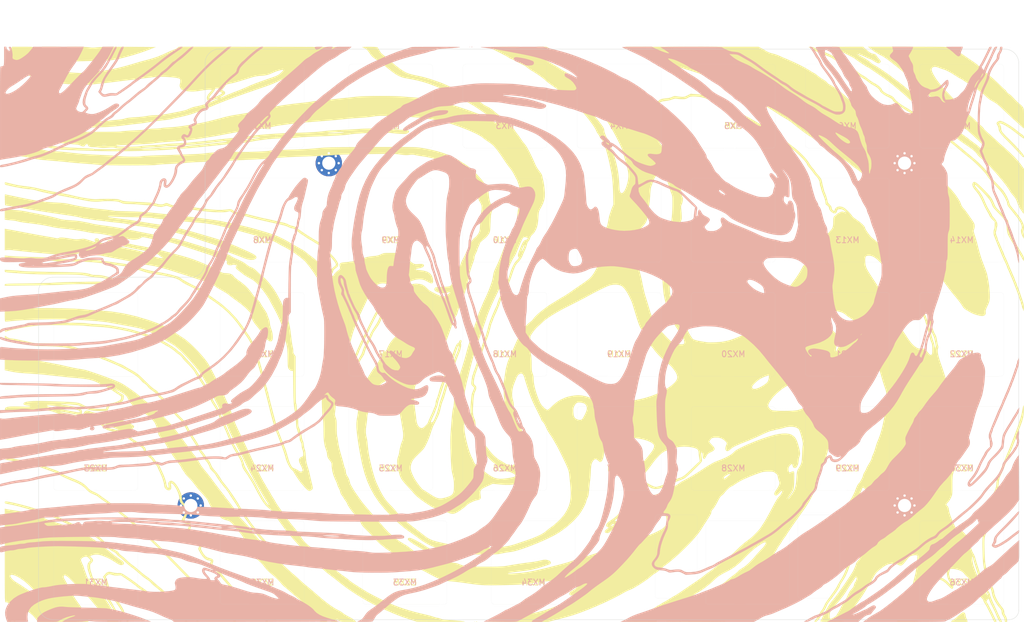
<source format=kicad_pcb>
(kicad_pcb (version 20211014) (generator pcbnew)
  (layers (0 "F.Cu" signal) (31 "B.Cu" signal) (34 "B.Paste" user) (35 "F.Paste" user) (36 "B.SilkS" user "B.Silkscreen") (37 "F.SilkS" user "F.Silkscreen") (38 "B.Mask" user) (39 "F.Mask" user) (44 "Edge.Cuts" user))
  (net 0 "")
  (footprint "acheron_MX_PlateSlots:MX100" (layer "F.Cu") (at 91.28125 49.2125)
    (fp_text reference "MX1" (at 0 3.302) (layer "F.SilkS"))
    (fp_text value "MX-NoLED")
    (fp_text user "${REFERENCE}" (at 0 3.302) (layer "B.SilkS") (effects (justify mirror)))
    (fp_line (start -6.5 6.990924) (end 6.5 7) (layer "Edge.Cuts") (width 0.010007))
    (fp_line (start -6.5 -7) (end 6.5 -7) (layer "Edge.Cuts") (width 0.010007))
    (fp_line (start -7 -6.5) (end -7 6.490924) (layer "Edge.Cuts") (width 0.010007))
    (fp_line (start 7 -6.5) (end 7 6.5) (layer "Edge.Cuts") (width 0.010007))
    (fp_arc (start 7 6.5) (mid 6.853553 6.853553) (end 6.5 7) (layer "Edge.Cuts") (width 0.010007))
    (fp_arc (start -7 -6.5) (mid -6.853553 -6.853553) (end -6.5 -7) (layer "Edge.Cuts") (width 0.010007))
    (fp_arc (start -6.5 6.990924) (mid -6.853553 6.844477) (end -7 6.490924) (layer "Edge.Cuts") (width 0.010007))
    (fp_arc (start 6.5 -7) (mid 6.853553 -6.853553) (end 7 -6.5) (layer "Edge.Cuts") (width 0.010007))
  )
  (footprint "acheron_MX_PlateSlots:MX100" (layer "F.Cu") (at 112.7125 49.2125)
    (fp_text reference "MX2" (at 0 3.302) (layer "F.SilkS"))
    (fp_text value "MX-NoLED")
    (fp_text user "${REFERENCE}" (at 0 3.302) (layer "B.SilkS") (effects (justify mirror)))
    (fp_line (start -6.5 -7) (end 6.5 -7) (layer "Edge.Cuts") (width 0.010007))
    (fp_line (start -7 -6.5) (end -7 6.490924) (layer "Edge.Cuts") (width 0.010007))
    (fp_line (start -6.5 6.990924) (end 6.5 7) (layer "Edge.Cuts") (width 0.010007))
    (fp_line (start 7 -6.5) (end 7 6.5) (layer "Edge.Cuts") (width 0.010007))
    (fp_arc (start 7 6.5) (mid 6.853553 6.853553) (end 6.5 7) (layer "Edge.Cuts") (width 0.010007))
    (fp_arc (start 6.5 -7) (mid 6.853553 -6.853553) (end 7 -6.5) (layer "Edge.Cuts") (width 0.010007))
    (fp_arc (start -7 -6.5) (mid -6.853553 -6.853553) (end -6.5 -7) (layer "Edge.Cuts") (width 0.010007))
    (fp_arc (start -6.5 6.990924) (mid -6.853553 6.844477) (end -7 6.490924) (layer "Edge.Cuts") (width 0.010007))
  )
  (footprint "acheron_MX_PlateSlots:MX100" (layer "F.Cu") (at 150.8125 49.2125)
    (fp_text reference "MX4" (at 0 3.302) (layer "F.SilkS"))
    (fp_text value "MX-NoLED")
    (fp_text user "${REFERENCE}" (at 0 3.302) (layer "B.SilkS") (effects (justify mirror)))
    (fp_line (start -7 -6.5) (end -7 6.490924) (layer "Edge.Cuts") (width 0.010007))
    (fp_line (start -6.5 -7) (end 6.5 -7) (layer "Edge.Cuts") (width 0.010007))
    (fp_line (start -6.5 6.990924) (end 6.5 7) (layer "Edge.Cuts") (width 0.010007))
    (fp_line (start 7 -6.5) (end 7 6.5) (layer "Edge.Cuts") (width 0.010007))
    (fp_arc (start -6.5 6.990924) (mid -6.853553 6.844477) (end -7 6.490924) (layer "Edge.Cuts") (width 0.010007))
    (fp_arc (start 7 6.5) (mid 6.853553 6.853553) (end 6.5 7) (layer "Edge.Cuts") (width 0.010007))
    (fp_arc (start 6.5 -7) (mid 6.853553 -6.853553) (end 7 -6.5) (layer "Edge.Cuts") (width 0.010007))
    (fp_arc (start -7 -6.5) (mid -6.853553 -6.853553) (end -6.5 -7) (layer "Edge.Cuts") (width 0.010007))
  )
  (footprint "acheron_MX_PlateSlots:MX100" (layer "F.Cu") (at 169.8625 49.2125)
    (fp_text reference "MX5" (at 0 3.302) (layer "F.SilkS"))
    (fp_text value "MX-NoLED")
    (fp_text user "${REFERENCE}" (at 0 3.302) (layer "B.SilkS") (effects (justify mirror)))
    (fp_line (start -6.5 6.990924) (end 6.5 7) (layer "Edge.Cuts") (width 0.010007))
    (fp_line (start -6.5 -7) (end 6.5 -7) (layer "Edge.Cuts") (width 0.010007))
    (fp_line (start 7 -6.5) (end 7 6.5) (layer "Edge.Cuts") (width 0.010007))
    (fp_line (start -7 -6.5) (end -7 6.490924) (layer "Edge.Cuts") (width 0.010007))
    (fp_arc (start 7 6.5) (mid 6.853553 6.853553) (end 6.5 7) (layer "Edge.Cuts") (width 0.010007))
    (fp_arc (start -7 -6.5) (mid -6.853553 -6.853553) (end -6.5 -7) (layer "Edge.Cuts") (width 0.010007))
    (fp_arc (start 6.5 -7) (mid 6.853553 -6.853553) (end 7 -6.5) (layer "Edge.Cuts") (width 0.010007))
    (fp_arc (start -6.5 6.990924) (mid -6.853553 6.844477) (end -7 6.490924) (layer "Edge.Cuts") (width 0.010007))
  )
  (footprint "acheron_MX_PlateSlots:MX100" (layer "F.Cu") (at 188.9125 49.2125)
    (fp_text reference "MX6" (at 0 3.302) (layer "F.SilkS"))
    (fp_text value "MX-NoLED")
    (fp_text user "${REFERENCE}" (at 0 3.302) (layer "B.SilkS") (effects (justify mirror)))
    (fp_line (start -6.5 6.990924) (end 6.5 7) (layer "Edge.Cuts") (width 0.010007))
    (fp_line (start 7 -6.5) (end 7 6.5) (layer "Edge.Cuts") (width 0.010007))
    (fp_line (start -6.5 -7) (end 6.5 -7) (layer "Edge.Cuts") (width 0.010007))
    (fp_line (start -7 -6.5) (end -7 6.490924) (layer "Edge.Cuts") (width 0.010007))
    (fp_arc (start 7 6.5) (mid 6.853553 6.853553) (end 6.5 7) (layer "Edge.Cuts") (width 0.010007))
    (fp_arc (start -6.5 6.990924) (mid -6.853553 6.844477) (end -7 6.490924) (layer "Edge.Cuts") (width 0.010007))
    (fp_arc (start -7 -6.5) (mid -6.853553 -6.853553) (end -6.5 -7) (layer "Edge.Cuts") (width 0.010007))
    (fp_arc (start 6.5 -7) (mid 6.853553 -6.853553) (end 7 -6.5) (layer "Edge.Cuts") (width 0.010007))
  )
  (footprint "acheron_MX_PlateSlots:MX100" (layer "F.Cu") (at 207.9625 49.2125)
    (fp_text reference "MX7" (at 0 3.302) (layer "F.SilkS"))
    (fp_text value "MX-NoLED")
    (fp_text user "${REFERENCE}" (at 0 3.302) (layer "B.SilkS") (effects (justify mirror)))
    (fp_line (start -7 -6.5) (end -7 6.490924) (layer "Edge.Cuts") (width 0.010007))
    (fp_line (start -6.5 6.990924) (end 6.5 7) (layer "Edge.Cuts") (width 0.010007))
    (fp_line (start -6.5 -7) (end 6.5 -7) (layer "Edge.Cuts") (width 0.010007))
    (fp_line (start 7 -6.5) (end 7 6.5) (layer "Edge.Cuts") (width 0.010007))
    (fp_arc (start -7 -6.5) (mid -6.853553 -6.853553) (end -6.5 -7) (layer "Edge.Cuts") (width 0.010007))
    (fp_arc (start 6.5 -7) (mid 6.853553 -6.853553) (end 7 -6.5) (layer "Edge.Cuts") (width 0.010007))
    (fp_arc (start -6.5 6.990924) (mid -6.853553 6.844477) (end -7 6.490924) (layer "Edge.Cuts") (width 0.010007))
    (fp_arc (start 7 6.5) (mid 6.853553 6.853553) (end 6.5 7) (layer "Edge.Cuts") (width 0.010007))
  )
  (footprint "acheron_MX_PlateSlots:MX100" (layer "F.Cu") (at 91.28125 68.2625)
    (fp_text reference "MX8" (at 0 3.302) (layer "F.SilkS"))
    (fp_text value "MX-NoLED")
    (fp_text user "${REFERENCE}" (at 0 3.302) (layer "B.SilkS") (effects (justify mirror)))
    (fp_line (start -6.5 -7) (end 6.5 -7) (layer "Edge.Cuts") (width 0.010007))
    (fp_line (start -7 -6.5) (end -7 6.490924) (layer "Edge.Cuts") (width 0.010007))
    (fp_line (start -6.5 6.990924) (end 6.5 7) (layer "Edge.Cuts") (width 0.010007))
    (fp_line (start 7 -6.5) (end 7 6.5) (layer "Edge.Cuts") (width 0.010007))
    (fp_arc (start 7 6.5) (mid 6.853553 6.853553) (end 6.5 7) (layer "Edge.Cuts") (width 0.010007))
    (fp_arc (start -6.5 6.990924) (mid -6.853553 6.844477) (end -7 6.490924) (layer "Edge.Cuts") (width 0.010007))
    (fp_arc (start -7 -6.5) (mid -6.853553 -6.853553) (end -6.5 -7) (layer "Edge.Cuts") (width 0.010007))
    (fp_arc (start 6.5 -7) (mid 6.853553 -6.853553) (end 7 -6.5) (layer "Edge.Cuts") (width 0.010007))
  )
  (footprint "acheron_MX_PlateSlots:MX100" (layer "F.Cu") (at 112.7125 68.2625)
    (fp_text reference "MX9" (at 0 3.302) (layer "F.SilkS"))
    (fp_text value "MX-NoLED")
    (fp_text user "${REFERENCE}" (at 0 3.302) (layer "B.SilkS") (effects (justify mirror)))
    (fp_line (start -6.5 6.990924) (end 6.5 7) (layer "Edge.Cuts") (width 0.010007))
    (fp_line (start -7 -6.5) (end -7 6.490924) (layer "Edge.Cuts") (width 0.010007))
    (fp_line (start 7 -6.5) (end 7 6.5) (layer "Edge.Cuts") (width 0.010007))
    (fp_line (start -6.5 -7) (end 6.5 -7) (layer "Edge.Cuts") (width 0.010007))
    (fp_arc (start 6.5 -7) (mid 6.853553 -6.853553) (end 7 -6.5) (layer "Edge.Cuts") (width 0.010007))
    (fp_arc (start -7 -6.5) (mid -6.853553 -6.853553) (end -6.5 -7) (layer "Edge.Cuts") (width 0.010007))
    (fp_arc (start -6.5 6.990924) (mid -6.853553 6.844477) (end -7 6.490924) (layer "Edge.Cuts") (width 0.010007))
    (fp_arc (start 7 6.5) (mid 6.853553 6.853553) (end 6.5 7) (layer "Edge.Cuts") (width 0.010007))
  )
  (footprint "acheron_MX_PlateSlots:MX100" (layer "F.Cu") (at 131.7625 68.2625)
    (fp_text reference "MX10" (at 0 3.302) (layer "F.SilkS"))
    (fp_text value "MX-NoLED")
    (fp_text user "${REFERENCE}" (at 0 3.302) (layer "B.SilkS") (effects (justify mirror)))
    (fp_line (start 7 -6.5) (end 7 6.5) (layer "Edge.Cuts") (width 0.010007))
    (fp_line (start -6.5 6.990924) (end 6.5 7) (layer "Edge.Cuts") (width 0.010007))
    (fp_line (start -7 -6.5) (end -7 6.490924) (layer "Edge.Cuts") (width 0.010007))
    (fp_line (start -6.5 -7) (end 6.5 -7) (layer "Edge.Cuts") (width 0.010007))
    (fp_arc (start -7 -6.5) (mid -6.853553 -6.853553) (end -6.5 -7) (layer "Edge.Cuts") (width 0.010007))
    (fp_arc (start 7 6.5) (mid 6.853553 6.853553) (end 6.5 7) (layer "Edge.Cuts") (width 0.010007))
    (fp_arc (start 6.5 -7) (mid 6.853553 -6.853553) (end 7 -6.5) (layer "Edge.Cuts") (width 0.010007))
    (fp_arc (start -6.5 6.990924) (mid -6.853553 6.844477) (end -7 6.490924) (layer "Edge.Cuts") (width 0.010007))
  )
  (footprint "acheron_MX_PlateSlots:MX100" (layer "F.Cu") (at 150.8125 68.2625)
    (fp_text reference "MX11" (at 0 3.302) (layer "F.SilkS"))
    (fp_text value "MX-NoLED")
    (fp_text user "${REFERENCE}" (at 0 3.302) (layer "B.SilkS") (effects (justify mirror)))
    (fp_line (start 7 -6.5) (end 7 6.5) (layer "Edge.Cuts") (width 0.010007))
    (fp_line (start -6.5 6.990924) (end 6.5 7) (layer "Edge.Cuts") (width 0.010007))
    (fp_line (start -7 -6.5) (end -7 6.490924) (layer "Edge.Cuts") (width 0.010007))
    (fp_line (start -6.5 -7) (end 6.5 -7) (layer "Edge.Cuts") (width 0.010007))
    (fp_arc (start 6.5 -7) (mid 6.853553 -6.853553) (end 7 -6.5) (layer "Edge.Cuts") (width 0.010007))
    (fp_arc (start 7 6.5) (mid 6.853553 6.853553) (end 6.5 7) (layer "Edge.Cuts") (width 0.010007))
    (fp_arc (start -6.5 6.990924) (mid -6.853553 6.844477) (end -7 6.490924) (layer "Edge.Cuts") (width 0.010007))
    (fp_arc (start -7 -6.5) (mid -6.853553 -6.853553) (end -6.5 -7) (layer "Edge.Cuts") (width 0.010007))
  )
  (footprint "acheron_MX_PlateSlots:MX100" (layer "F.Cu") (at 169.8625 68.2625)
    (fp_text reference "MX12" (at 0 3.302) (layer "F.SilkS"))
    (fp_text value "MX-NoLED")
    (fp_text user "${REFERENCE}" (at 0 3.302) (layer "B.SilkS") (effects (justify mirror)))
    (fp_line (start -6.5 -7) (end 6.5 -7) (layer "Edge.Cuts") (width 0.010007))
    (fp_line (start -7 -6.5) (end -7 6.490924) (layer "Edge.Cuts") (width 0.010007))
    (fp_line (start -6.5 6.990924) (end 6.5 7) (layer "Edge.Cuts") (width 0.010007))
    (fp_line (start 7 -6.5) (end 7 6.5) (layer "Edge.Cuts") (width 0.010007))
    (fp_arc (start 6.5 -7) (mid 6.853553 -6.853553) (end 7 -6.5) (layer "Edge.Cuts") (width 0.010007))
    (fp_arc (start -6.5 6.990924) (mid -6.853553 6.844477) (end -7 6.490924) (layer "Edge.Cuts") (width 0.010007))
    (fp_arc (start 7 6.5) (mid 6.853553 6.853553) (end 6.5 7) (layer "Edge.Cuts") (width 0.010007))
    (fp_arc (start -7 -6.5) (mid -6.853553 -6.853553) (end -6.5 -7) (layer "Edge.Cuts") (width 0.010007))
  )
  (footprint "acheron_MX_PlateSlots:MX100" (layer "F.Cu") (at 188.9125 68.2625)
    (fp_text reference "MX13" (at 0 3.302) (layer "F.SilkS"))
    (fp_text value "MX-NoLED")
    (fp_text user "${REFERENCE}" (at 0 3.302) (layer "B.SilkS") (effects (justify mirror)))
    (fp_line (start -7 -6.5) (end -7 6.490924) (layer "Edge.Cuts") (width 0.010007))
    (fp_line (start -6.5 -7) (end 6.5 -7) (layer "Edge.Cuts") (width 0.010007))
    (fp_line (start -6.5 6.990924) (end 6.5 7) (layer "Edge.Cuts") (width 0.010007))
    (fp_line (start 7 -6.5) (end 7 6.5) (layer "Edge.Cuts") (width 0.010007))
    (fp_arc (start 7 6.5) (mid 6.853553 6.853553) (end 6.5 7) (layer "Edge.Cuts") (width 0.010007))
    (fp_arc (start -6.5 6.990924) (mid -6.853553 6.844477) (end -7 6.490924) (layer "Edge.Cuts") (width 0.010007))
    (fp_arc (start 6.5 -7) (mid 6.853553 -6.853553) (end 7 -6.5) (layer "Edge.Cuts") (width 0.010007))
    (fp_arc (start -7 -6.5) (mid -6.853553 -6.853553) (end -6.5 -7) (layer "Edge.Cuts") (width 0.010007))
  )
  (footprint "acheron_MX_PlateSlots:MX100" (layer "F.Cu") (at 207.9625 68.2625)
    (fp_text reference "MX14" (at 0 3.302) (layer "F.SilkS"))
    (fp_text value "MX-NoLED")
    (fp_text user "${REFERENCE}" (at 0 3.302) (layer "B.SilkS") (effects (justify mirror)))
    (fp_line (start -6.5 6.990924) (end 6.5 7) (layer "Edge.Cuts") (width 0.010007))
    (fp_line (start 7 -6.5) (end 7 6.5) (layer "Edge.Cuts") (width 0.010007))
    (fp_line (start -7 -6.5) (end -7 6.490924) (layer "Edge.Cuts") (width 0.010007))
    (fp_line (start -6.5 -7) (end 6.5 -7) (layer "Edge.Cuts") (width 0.010007))
    (fp_arc (start 7 6.5) (mid 6.853553 6.853553) (end 6.5 7) (layer "Edge.Cuts") (width 0.010007))
    (fp_arc (start -6.5 6.990924) (mid -6.853553 6.844477) (end -7 6.490924) (layer "Edge.Cuts") (width 0.010007))
    (fp_arc (start -7 -6.5) (mid -6.853553 -6.853553) (end -6.5 -7) (layer "Edge.Cuts") (width 0.010007))
    (fp_arc (start 6.5 -7) (mid 6.853553 -6.853553) (end 7 -6.5) (layer "Edge.Cuts") (width 0.010007))
  )
  (footprint "acheron_MX_PlateSlots:MX100" (layer "F.Cu") (at 91.28125 87.3125)
    (fp_text reference "MX16" (at 0 3.302) (layer "F.SilkS"))
    (fp_text value "MX-NoLED")
    (fp_text user "${REFERENCE}" (at 0 3.302) (layer "B.SilkS") (effects (justify mirror)))
    (fp_line (start -6.5 -7) (end 6.5 -7) (layer "Edge.Cuts") (width 0.010007))
    (fp_line (start -7 -6.5) (end -7 6.490924) (layer "Edge.Cuts") (width 0.010007))
    (fp_line (start -6.5 6.990924) (end 6.5 7) (layer "Edge.Cuts") (width 0.010007))
    (fp_line (start 7 -6.5) (end 7 6.5) (layer "Edge.Cuts") (width 0.010007))
    (fp_arc (start -7 -6.5) (mid -6.853553 -6.853553) (end -6.5 -7) (layer "Edge.Cuts") (width 0.010007))
    (fp_arc (start -6.5 6.990924) (mid -6.853553 6.844477) (end -7 6.490924) (layer "Edge.Cuts") (width 0.010007))
    (fp_arc (start 7 6.5) (mid 6.853553 6.853553) (end 6.5 7) (layer "Edge.Cuts") (width 0.010007))
    (fp_arc (start 6.5 -7) (mid 6.853553 -6.853553) (end 7 -6.5) (layer "Edge.Cuts") (width 0.010007))
  )
  (footprint "acheron_MX_PlateSlots:MX100" (layer "F.Cu") (at 112.7125 87.3125)
    (fp_text reference "MX17" (at 0 3.302) (layer "F.SilkS"))
    (fp_text value "MX-NoLED")
    (fp_text user "${REFERENCE}" (at 0 3.302) (layer "B.SilkS") (effects (justify mirror)))
    (fp_line (start 7 -6.5) (end 7 6.5) (layer "Edge.Cuts") (width 0.010007))
    (fp_line (start -7 -6.5) (end -7 6.490924) (layer "Edge.Cuts") (width 0.010007))
    (fp_line (start -6.5 -7) (end 6.5 -7) (layer "Edge.Cuts") (width 0.010007))
    (fp_line (start -6.5 6.990924) (end 6.5 7) (layer "Edge.Cuts") (width 0.010007))
    (fp_arc (start 7 6.5) (mid 6.853553 6.853553) (end 6.5 7) (layer "Edge.Cuts") (width 0.010007))
    (fp_arc (start -7 -6.5) (mid -6.853553 -6.853553) (end -6.5 -7) (layer "Edge.Cuts") (width 0.010007))
    (fp_arc (start 6.5 -7) (mid 6.853553 -6.853553) (end 7 -6.5) (layer "Edge.Cuts") (width 0.010007))
    (fp_arc (start -6.5 6.990924) (mid -6.853553 6.844477) (end -7 6.490924) (layer "Edge.Cuts") (width 0.010007))
  )
  (footprint "acheron_MX_PlateSlots:MX100" (layer "F.Cu") (at 131.7625 87.3125)
    (fp_text reference "MX18" (at 0 3.302) (layer "F.SilkS"))
    (fp_text value "MX-NoLED")
    (fp_text user "${REFERENCE}" (at 0 3.302) (layer "B.SilkS") (effects (justify mirror)))
    (fp_line (start 7 -6.5) (end 7 6.5) (layer "Edge.Cuts") (width 0.010007))
    (fp_line (start -6.5 6.990924) (end 6.5 7) (layer "Edge.Cuts") (width 0.010007))
    (fp_line (start -6.5 -7) (end 6.5 -7) (layer "Edge.Cuts") (width 0.010007))
    (fp_line (start -7 -6.5) (end -7 6.490924) (layer "Edge.Cuts") (width 0.010007))
    (fp_arc (start -7 -6.5) (mid -6.853553 -6.853553) (end -6.5 -7) (layer "Edge.Cuts") (width 0.010007))
    (fp_arc (start 6.5 -7) (mid 6.853553 -6.853553) (end 7 -6.5) (layer "Edge.Cuts") (width 0.010007))
    (fp_arc (start -6.5 6.990924) (mid -6.853553 6.844477) (end -7 6.490924) (layer "Edge.Cuts") (width 0.010007))
    (fp_arc (start 7 6.5) (mid 6.853553 6.853553) (end 6.5 7) (layer "Edge.Cuts") (width 0.010007))
  )
  (footprint "acheron_MX_PlateSlots:MX100" (layer "F.Cu") (at 150.8125 87.3125)
    (fp_text reference "MX19" (at 0 3.302) (layer "F.SilkS"))
    (fp_text value "MX-NoLED")
    (fp_text user "${REFERENCE}" (at 0 3.302) (layer "B.SilkS") (effects (justify mirror)))
    (fp_line (start -6.5 6.990924) (end 6.5 7) (layer "Edge.Cuts") (width 0.010007))
    (fp_line (start 7 -6.5) (end 7 6.5) (layer "Edge.Cuts") (width 0.010007))
    (fp_line (start -7 -6.5) (end -7 6.490924) (layer "Edge.Cuts") (width 0.010007))
    (fp_line (start -6.5 -7) (end 6.5 -7) (layer "Edge.Cuts") (width 0.010007))
    (fp_arc (start -7 -6.5) (mid -6.853553 -6.853553) (end -6.5 -7) (layer "Edge.Cuts") (width 0.010007))
    (fp_arc (start 6.5 -7) (mid 6.853553 -6.853553) (end 7 -6.5) (layer "Edge.Cuts") (width 0.010007))
    (fp_arc (start 7 6.5) (mid 6.853553 6.853553) (end 6.5 7) (layer "Edge.Cuts") (width 0.010007))
    (fp_arc (start -6.5 6.990924) (mid -6.853553 6.844477) (end -7 6.490924) (layer "Edge.Cuts") (width 0.010007))
  )
  (footprint "acheron_MX_PlateSlots:MX100" (layer "F.Cu") (at 169.8625 87.3125)
    (fp_text reference "MX20" (at 0 3.302) (layer "F.SilkS"))
    (fp_text value "MX-NoLED")
    (fp_text user "${REFERENCE}" (at 0 3.302) (layer "B.SilkS") (effects (justify mirror)))
    (fp_line (start -7 -6.5) (end -7 6.490924) (layer "Edge.Cuts") (width 0.010007))
    (fp_line (start -6.5 6.990924) (end 6.5 7) (layer "Edge.Cuts") (width 0.010007))
    (fp_line (start 7 -6.5) (end 7 6.5) (layer "Edge.Cuts") (width 0.010007))
    (fp_line (start -6.5 -7) (end 6.5 -7) (layer "Edge.Cuts") (width 0.010007))
    (fp_arc (start 6.5 -7) (mid 6.853553 -6.853553) (end 7 -6.5) (layer "Edge.Cuts") (width 0.010007))
    (fp_arc (start 7 6.5) (mid 6.853553 6.853553) (end 6.5 7) (layer "Edge.Cuts") (width 0.010007))
    (fp_arc (start -7 -6.5) (mid -6.853553 -6.853553) (end -6.5 -7) (layer "Edge.Cuts") (width 0.010007))
    (fp_arc (start -6.5 6.990924) (mid -6.853553 6.844477) (end -7 6.490924) (layer "Edge.Cuts") (width 0.010007))
  )
  (footprint "acheron_MX_PlateSlots:MX100" (layer "F.Cu") (at 188.9125 87.3125)
    (fp_text reference "MX21" (at 0 3.302) (layer "F.SilkS"))
    (fp_text value "MX-NoLED")
    (fp_text user "${REFERENCE}" (at 0 3.302) (layer "B.SilkS") (effects (justify mirror)))
    (fp_line (start -7 -6.5) (end -7 6.490924) (layer "Edge.Cuts") (width 0.010007))
    (fp_line (start -6.5 -7) (end 6.5 -7) (layer "Edge.Cuts") (width 0.010007))
    (fp_line (start -6.5 6.990924) (end 6.5 7) (layer "Edge.Cuts") (width 0.010007))
    (fp_line (start 7 -6.5) (end 7 6.5) (layer "Edge.Cuts") (width 0.010007))
    (fp_arc (start -7 -6.5) (mid -6.853553 -6.853553) (end -6.5 -7) (layer "Edge.Cuts") (width 0.010007))
    (fp_arc (start -6.5 6.990924) (mid -6.853553 6.844477) (end -7 6.490924) (layer "Edge.Cuts") (width 0.010007))
    (fp_arc (start 7 6.5) (mid 6.853553 6.853553) (end 6.5 7) (layer "Edge.Cuts") (width 0.010007))
    (fp_arc (start 6.5 -7) (mid 6.853553 -6.853553) (end 7 -6.5) (layer "Edge.Cuts") (width 0.010007))
  )
  (footprint "acheron_MX_PlateSlots:MX100" (layer "F.Cu") (at 207.9625 87.3125)
    (fp_text reference "MX22" (at 0 3.302) (layer "F.SilkS"))
    (fp_text value "MX-NoLED")
    (fp_text user "${REFERENCE}" (at 0 3.302) (layer "B.SilkS") (effects (justify mirror)))
    (fp_line (start -6.5 -7) (end 6.5 -7) (layer "Edge.Cuts") (width 0.010007))
    (fp_line (start -6.5 6.990924) (end 6.5 7) (layer "Edge.Cuts") (width 0.010007))
    (fp_line (start 7 -6.5) (end 7 6.5) (layer "Edge.Cuts") (width 0.010007))
    (fp_line (start -7 -6.5) (end -7 6.490924) (layer "Edge.Cuts") (width 0.010007))
    (fp_arc (start -6.5 6.990924) (mid -6.853553 6.844477) (end -7 6.490924) (layer "Edge.Cuts") (width 0.010007))
    (fp_arc (start -7 -6.5) (mid -6.853553 -6.853553) (end -6.5 -7) (layer "Edge.Cuts") (width 0.010007))
    (fp_arc (start 6.5 -7) (mid 6.853553 -6.853553) (end 7 -6.5) (layer "Edge.Cuts") (width 0.010007))
    (fp_arc (start 7 6.5) (mid 6.853553 6.853553) (end 6.5 7) (layer "Edge.Cuts") (width 0.010007))
  )
  (footprint "acheron_MX_PlateSlots:MX100" (layer "F.Cu") (at 91.28125 106.3625)
    (fp_text reference "MX24" (at 0 3.302) (layer "F.SilkS"))
    (fp_text value "MX-NoLED")
    (fp_text user "${REFERENCE}" (at 0 3.302) (layer "B.SilkS") (effects (justify mirror)))
    (fp_line (start -7 -6.5) (end -7 6.490924) (layer "Edge.Cuts") (width 0.010007))
    (fp_line (start -6.5 6.990924) (end 6.5 7) (layer "Edge.Cuts") (width 0.010007))
    (fp_line (start -6.5 -7) (end 6.5 -7) (layer "Edge.Cuts") (width 0.010007))
    (fp_line (start 7 -6.5) (end 7 6.5) (layer "Edge.Cuts") (width 0.010007))
    (fp_arc (start -6.5 6.990924) (mid -6.853553 6.844477) (end -7 6.490924) (layer "Edge.Cuts") (width 0.010007))
    (fp_arc (start 7 6.5) (mid 6.853553 6.853553) (end 6.5 7) (layer "Edge.Cuts") (width 0.010007))
    (fp_arc (start 6.5 -7) (mid 6.853553 -6.853553) (end 7 -6.5) (layer "Edge.Cuts") (width 0.010007))
    (fp_arc (start -7 -6.5) (mid -6.853553 -6.853553) (end -6.5 -7) (layer "Edge.Cuts") (width 0.010007))
  )
  (footprint "acheron_MX_PlateSlots:MX100" (layer "F.Cu") (at 112.7125 106.3625)
    (fp_text reference "MX25" (at 0 3.302) (layer "F.SilkS"))
    (fp_text value "MX-NoLED")
    (fp_text user "${REFERENCE}" (at 0 3.302) (layer "B.SilkS") (effects (justify mirror)))
    (fp_line (start -6.5 6.990924) (end 6.5 7) (layer "Edge.Cuts") (width 0.010007))
    (fp_line (start 7 -6.5) (end 7 6.5) (layer "Edge.Cuts") (width 0.010007))
    (fp_line (start -6.5 -7) (end 6.5 -7) (layer "Edge.Cuts") (width 0.010007))
    (fp_line (start -7 -6.5) (end -7 6.490924) (layer "Edge.Cuts") (width 0.010007))
    (fp_arc (start -6.5 6.990924) (mid -6.853553 6.844477) (end -7 6.490924) (layer "Edge.Cuts") (width 0.010007))
    (fp_arc (start 7 6.5) (mid 6.853553 6.853553) (end 6.5 7) (layer "Edge.Cuts") (width 0.010007))
    (fp_arc (start -7 -6.5) (mid -6.853553 -6.853553) (end -6.5 -7) (layer "Edge.Cuts") (width 0.010007))
    (fp_arc (start 6.5 -7) (mid 6.853553 -6.853553) (end 7 -6.5) (layer "Edge.Cuts") (width 0.010007))
  )
  (footprint "acheron_MX_PlateSlots:MX100" (layer "F.Cu") (at 131.7625 106.3625)
    (fp_text reference "MX26" (at 0 3.302) (layer "F.SilkS"))
    (fp_text value "MX-NoLED")
    (fp_text user "${REFERENCE}" (at 0 3.302) (layer "B.SilkS") (effects (justify mirror)))
    (fp_line (start 7 -6.5) (end 7 6.5) (layer "Edge.Cuts") (width 0.010007))
    (fp_line (start -6.5 6.990924) (end 6.5 7) (layer "Edge.Cuts") (width 0.010007))
    (fp_line (start -7 -6.5) (end -7 6.490924) (layer "Edge.Cuts") (width 0.010007))
    (fp_line (start -6.5 -7) (end 6.5 -7) (layer "Edge.Cuts") (width 0.010007))
    (fp_arc (start 6.5 -7) (mid 6.853553 -6.853553) (end 7 -6.5) (layer "Edge.Cuts") (width 0.010007))
    (fp_arc (start -7 -6.5) (mid -6.853553 -6.853553) (end -6.5 -7) (layer "Edge.Cuts") (width 0.010007))
    (fp_arc (start 7 6.5) (mid 6.853553 6.853553) (end 6.5 7) (layer "Edge.Cuts") (width 0.010007))
    (fp_arc (start -6.5 6.990924) (mid -6.853553 6.844477) (end -7 6.490924) (layer "Edge.Cuts") (width 0.010007))
  )
  (footprint "acheron_MX_PlateSlots:MX100" (layer "F.Cu") (at 150.8125 106.3625)
    (fp_text reference "MX27" (at 0 3.302) (layer "F.SilkS"))
    (fp_text value "MX-NoLED")
    (fp_text user "${REFERENCE}" (at 0 3.302) (layer "B.SilkS") (effects (justify mirror)))
    (fp_line (start -6.5 6.990924) (end 6.5 7) (layer "Edge.Cuts") (width 0.010007))
    (fp_line (start -6.5 -7) (end 6.5 -7) (layer "Edge.Cuts") (width 0.010007))
    (fp_line (start -7 -6.5) (end -7 6.490924) (layer "Edge.Cuts") (width 0.010007))
    (fp_line (start 7 -6.5) (end 7 6.5) (layer "Edge.Cuts") (width 0.010007))
    (fp_arc (start 7 6.5) (mid 6.853553 6.853553) (end 6.5 7) (layer "Edge.Cuts") (width 0.010007))
    (fp_arc (start 6.5 -7) (mid 6.853553 -6.853553) (end 7 -6.5) (layer "Edge.Cuts") (width 0.010007))
    (fp_arc (start -7 -6.5) (mid -6.853553 -6.853553) (end -6.5 -7) (layer "Edge.Cuts") (width 0.010007))
    (fp_arc (start -6.5 6.990924) (mid -6.853553 6.844477) (end -7 6.490924) (layer "Edge.Cuts") (width 0.010007))
  )
  (footprint "acheron_MX_PlateSlots:MX100" (layer "F.Cu") (at 169.8625 106.3625)
    (fp_text reference "MX28" (at 0 3.302) (layer "F.SilkS"))
    (fp_text value "MX-NoLED")
    (fp_text user "${REFERENCE}" (at 0 3.302) (layer "B.SilkS") (effects (justify mirror)))
    (fp_line (start 7 -6.5) (end 7 6.5) (layer "Edge.Cuts") (width 0.010007))
    (fp_line (start -7 -6.5) (end -7 6.490924) (layer "Edge.Cuts") (width 0.010007))
    (fp_line (start -6.5 6.990924) (end 6.5 7) (layer "Edge.Cuts") (width 0.010007))
    (fp_line (start -6.5 -7) (end 6.5 -7) (layer "Edge.Cuts") (width 0.010007))
    (fp_arc (start 6.5 -7) (mid 6.853553 -6.853553) (end 7 -6.5) (layer "Edge.Cuts") (width 0.010007))
    (fp_arc (start 7 6.5) (mid 6.853553 6.853553) (end 6.5 7) (layer "Edge.Cuts") (width 0.010007))
    (fp_arc (start -7 -6.5) (mid -6.853553 -6.853553) (end -6.5 -7) (layer "Edge.Cuts") (width 0.010007))
    (fp_arc (start -6.5 6.990924) (mid -6.853553 6.844477) (end -7 6.490924) (layer "Edge.Cuts") (width 0.010007))
  )
  (footprint "acheron_MX_PlateSlots:MX100" (layer "F.Cu") (at 188.9125 106.3625)
    (fp_text reference "MX29" (at 0 3.302) (layer "F.SilkS"))
    (fp_text value "MX-NoLED")
    (fp_text user "${REFERENCE}" (at 0 3.302) (layer "B.SilkS") (effects (justify mirror)))
    (fp_line (start -7 -6.5) (end -7 6.490924) (layer "Edge.Cuts") (width 0.010007))
    (fp_line (start -6.5 6.990924) (end 6.5 7) (layer "Edge.Cuts") (width 0.010007))
    (fp_line (start -6.5 -7) (end 6.5 -7) (layer "Edge.Cuts") (width 0.010007))
    (fp_line (start 7 -6.5) (end 7 6.5) (layer "Edge.Cuts") (width 0.010007))
    (fp_arc (start -7 -6.5) (mid -6.853553 -6.853553) (end -6.5 -7) (layer "Edge.Cuts") (width 0.010007))
    (fp_arc (start -6.5 6.990924) (mid -6.853553 6.844477) (end -7 6.490924) (layer "Edge.Cuts") (width 0.010007))
    (fp_arc (start 6.5 -7) (mid 6.853553 -6.853553) (end 7 -6.5) (layer "Edge.Cuts") (width 0.010007))
    (fp_arc (start 7 6.5) (mid 6.853553 6.853553) (end 6.5 7) (layer "Edge.Cuts") (width 0.010007))
  )
  (footprint "acheron_MX_PlateSlots:MX100" (layer "F.Cu") (at 207.9625 106.3625)
    (fp_text reference "MX30" (at 0 3.302) (layer "F.SilkS"))
    (fp_text value "MX-NoLED")
    (fp_text user "${REFERENCE}" (at 0 3.302) (layer "B.SilkS") (effects (justify mirror)))
    (fp_line (start -6.5 -7) (end 6.5 -7) (layer "Edge.Cuts") (width 0.010007))
    (fp_line (start -6.5 6.990924) (end 6.5 7) (layer "Edge.Cuts") (width 0.010007))
    (fp_line (start -7 -6.5) (end -7 6.490924) (layer "Edge.Cuts") (width 0.010007))
    (fp_line (start 7 -6.5) (end 7 6.5) (layer "Edge.Cuts") (width 0.010007))
    (fp_arc (start 6.5 -7) (mid 6.853553 -6.853553) (end 7 -6.5) (layer "Edge.Cuts") (width 0.010007))
    (fp_arc (start -6.5 6.990924) (mid -6.853553 6.844477) (end -7 6.490924) (layer "Edge.Cuts") (width 0.010007))
    (fp_arc (start -7 -6.5) (mid -6.853553 -6.853553) (end -6.5 -7) (layer "Edge.Cuts") (width 0.010007))
    (fp_arc (start 7 6.5) (mid 6.853553 6.853553) (end 6.5 7) (layer "Edge.Cuts") (width 0.010007))
  )
  (footprint "acheron_MX_PlateSlots:MX100" (layer "F.Cu") (at 91.28125 125.4125)
    (fp_text reference "MX32" (at 0 3.302) (layer "F.SilkS"))
    (fp_text value "MX-NoLED")
    (fp_text user "${REFERENCE}" (at 0 3.302) (layer "B.SilkS") (effects (justify mirror)))
    (fp_line (start -6.5 6.990924) (end 6.5 7) (layer "Edge.Cuts") (width 0.010007))
    (fp_line (start -6.5 -7) (end 6.5 -7) (layer "Edge.Cuts") (width 0.010007))
    (fp_line (start -7 -6.5) (end -7 6.490924) (layer "Edge.Cuts") (width 0.010007))
    (fp_line (start 7 -6.5) (end 7 6.5) (layer "Edge.Cuts") (width 0.010007))
    (fp_arc (start 7 6.5) (mid 6.853553 6.853553) (end 6.5 7) (layer "Edge.Cuts") (width 0.010007))
    (fp_arc (start -6.5 6.990924) (mid -6.853553 6.844477) (end -7 6.490924) (layer "Edge.Cuts") (width 0.010007))
    (fp_arc (start -7 -6.5) (mid -6.853553 -6.853553) (end -6.5 -7) (layer "Edge.Cuts") (width 0.010007))
    (fp_arc (start 6.5 -7) (mid 6.853553 -6.853553) (end 7 -6.5) (layer "Edge.Cuts") (width 0.010007))
  )
  (footprint "acheron_MX_PlateSlots:MX100" (layer "F.Cu") (at 115.09375 125.4125)
    (fp_text reference "MX33" (at 0 3.302) (layer "F.SilkS"))
    (fp_text value "MX-NoLED")
    (fp_text user "${REFERENCE}" (at 0 3.302) (layer "B.SilkS") (effects (justify mirror)))
    (fp_line (start 7 -6.5) (end 7 6.5) (layer "Edge.Cuts") (width 0.010007))
    (fp_line (start -6.5 6.990924) (end 6.5 7) (layer "Edge.Cuts") (width 0.010007))
    (fp_line (start -7 -6.5) (end -7 6.490924) (layer "Edge.Cuts") (width 0.010007))
    (fp_line (start -6.5 -7) (end 6.5 -7) (layer "Edge.Cuts") (width 0.010007))
    (fp_arc (start 7 6.5) (mid 6.853553 6.853553) (end 6.5 7) (layer "Edge.Cuts") (width 0.010007))
    (fp_arc (start 6.5 -7) (mid 6.853553 -6.853553) (end 7 -6.5) (layer "Edge.Cuts") (width 0.010007))
    (fp_arc (start -7 -6.5) (mid -6.853553 -6.853553) (end -6.5 -7) (layer "Edge.Cuts") (width 0.010007))
    (fp_arc (start -6.5 6.990924) (mid -6.853553 6.844477) (end -7 6.490924) (layer "Edge.Cuts") (width 0.010007))
  )
  (footprint "acheron_MX_PlateSlots:MX100" (layer "F.Cu") (at 136.525 125.4125)
    (fp_text reference "MX34" (at 0 3.302) (layer "F.SilkS"))
    (fp_text value "MX-NoLED")
    (fp_text user "${REFERENCE}" (at 0 3.302) (layer "B.SilkS") (effects (justify mirror)))
    (fp_line (start -6.5 -7) (end 6.5 -7) (layer "Edge.Cuts") (width 0.010007))
    (fp_line (start 7 -6.5) (end 7 6.5) (layer "Edge.Cuts") (width 0.010007))
    (fp_line (start -7 -6.5) (end -7 6.490924) (layer "Edge.Cuts") (width 0.010007))
    (fp_line (start -6.5 6.990924) (end 6.5 7) (layer "Edge.Cuts") (width 0.010007))
    (fp_arc (start -7 -6.5) (mid -6.853553 -6.853553) (end -6.5 -7) (layer "Edge.Cuts") (width 0.010007))
    (fp_arc (start -6.5 6.990924) (mid -6.853553 6.844477) (end -7 6.490924) (layer "Edge.Cuts") (width 0.010007))
    (fp_arc (start 6.5 -7) (mid 6.853553 -6.853553) (end 7 -6.5) (layer "Edge.Cuts") (width 0.010007))
    (fp_arc (start 7 6.5) (mid 6.853553 6.853553) (end 6.5 7) (layer "Edge.Cuts") (width 0.010007))
  )
  (footprint "acheron_MX_PlateSlots:MX100" (layer "F.Cu") (at 207.9625 125.4125)
    (fp_text reference "MX36" (at 0 3.302) (layer "F.SilkS"))
    (fp_text value "MX-NoLED")
    (fp_text user "${REFERENCE}" (at 0 3.302) (layer "B.SilkS") (effects (justify mirror)))
    (fp_line (start -7 -6.5) (end -7 6.490924) (layer "Edge.Cuts") (width 0.010007))
    (fp_line (start 7 -6.5) (end 7 6.5) (layer "Edge.Cuts") (width 0.010007))
    (fp_line (start -6.5 -7) (end 6.5 -7) (layer "Edge.Cuts") (width 0.010007))
    (fp_line (start -6.5 6.990924) (end 6.5 7) (layer "Edge.Cuts") (width 0.010007))
    (fp_arc (start 6.5 -7) (mid 6.853553 -6.853553) (end 7 -6.5) (layer "Edge.Cuts") (width 0.010007))
    (fp_arc (start -6.5 6.990924) (mid -6.853553 6.844477) (end -7 6.490924) (layer "Edge.Cuts") (width 0.010007))
    (fp_arc (start 7 6.5) (mid 6.853553 6.853553) (end 6.5 7) (layer "Edge.Cuts") (width 0.010007))
    (fp_arc (start -7 -6.5) (mid -6.853553 -6.853553) (end -6.5 -7) (layer "Edge.Cuts") (width 0.010007))
  )
  (footprint "MountingHole:MountingHole_2.2mm_M2_Pad_Via" (layer "F.Cu") (at 198.4375 58.7375)
    (fp_text reference "REF**" hide)
    (fp_text value "MountingHole_4.6mm_Pad_Via")
    (pad "1" thru_hole circle locked (at 1.166726 1.166726) (size 0.7 0.7) (drill 0.4) (layers *.Cu *.Mask))
    (pad "1" thru_hole circle locked (at -1.65 0) (size 0.7 0.7) (drill 0.4) (layers *.Cu *.Mask))
    (pad "1" thru_hole circle locked (at -1.166726 1.166726) (size 0.7 0.7) (drill 0.4) (layers *.Cu *.Mask))
    (pad "1" thru_hole circle locked (at 0 -1.65) (size 0.7 0.7) (drill 0.4) (layers *.Cu *.Mask))
    (pad "1" thru_hole circle locked (at 0 1.65) (size 0.7 0.7) (drill 0.4) (layers *.Cu *.Mask))
    (pad "1" thru_hole circle locked (at 1.65 0) (size 0.7 0.7) (drill 0.4) (layers *.Cu *.Mask))
    (pad "1" thru_hole circle locked (at 0 0) (size 4.4 4.4) (drill 2.2) (layers *.Cu *.Mask))
    (pad "1" thru_hole circle locked (at 1.166726 -1.166726) (size 0.7 0.7) (drill 0.4) (layers *.Cu *.Mask))
    (pad "1" thru_hole circle locked (at -1.166726 -1.166726) (size 0.7 0.7) (drill 0.4) (layers *.Cu *.Mask))
  )
  (footprint "MountingHole:MountingHole_2.2mm_M2_Pad_Via" (layer "F.Cu") (at 198.4375 115.8875)
    (fp_text reference "REF**" hide)
    (fp_text value "MountingHole_4.6mm_Pad_Via")
    (pad "1" thru_hole circle locked (at -1.166726 1.166726) (size 0.7 0.7) (drill 0.4) (layers *.Cu *.Mask))
    (pad "1" thru_hole circle locked (at 1.166726 -1.166726) (size 0.7 0.7) (drill 0.4) (layers *.Cu *.Mask))
    (pad "1" thru_hole circle locked (at 0 -1.65) (size 0.7 0.7) (drill 0.4) (layers *.Cu *.Mask))
    (pad "1" thru_hole circle locked (at 1.65 0) (size 0.7 0.7) (drill 0.4) (layers *.Cu *.Mask))
    (pad "1" thru_hole circle locked (at -1.65 0) (size 0.7 0.7) (drill 0.4) (layers *.Cu *.Mask))
    (pad "1" thru_hole circle locked (at 1.166726 1.166726) (size 0.7 0.7) (drill 0.4) (layers *.Cu *.Mask))
    (pad "1" thru_hole circle locked (at -1.166726 -1.166726) (size 0.7 0.7) (drill 0.4) (layers *.Cu *.Mask))
    (pad "1" thru_hole circle locked (at 0 1.65) (size 0.7 0.7) (drill 0.4) (layers *.Cu *.Mask))
    (pad "1" thru_hole circle locked (at 0 0) (size 4.4 4.4) (drill 2.2) (layers *.Cu *.Mask))
  )
  (footprint "MountingHole:MountingHole_2.2mm_M2_Pad_Via" (layer "F.Cu") (at 79.375 115.8875)
    (fp_text reference "REF**" hide)
    (fp_text value "MountingHole_4.6mm_Pad_Via")
    (pad "1" thru_hole circle locked (at 0 -1.65) (size 0.7 0.7) (drill 0.4) (layers *.Cu *.Mask))
    (pad "1" thru_hole circle locked (at 1.166726 1.166726) (size 0.7 0.7) (drill 0.4) (layers *.Cu *.Mask))
    (pad "1" thru_hole circle locked (at 1.65 0) (size 0.7 0.7) (drill 0.4) (layers *.Cu *.Mask))
    (pad "1" thru_hole circle locked (at -1.166726 1.166726) (size 0.7 0.7) (drill 0.4) (layers *.Cu *.Mask))
    (pad "1" thru_hole circle locked (at -1.65 0) (size 0.7 0.7) (drill 0.4) (layers *.Cu *.Mask))
    (pad "1" thru_hole circle locked (at -1.166726 -1.166726) (size 0.7 0.7) (drill 0.4) (layers *.Cu *.Mask))
    (pad "1" thru_hole circle locked (at 0 1.65) (size 0.7 0.7) (drill 0.4) (layers *.Cu *.Mask))
    (pad "1" thru_hole circle locked (at 1.166726 -1.166726) (size 0.7 0.7) (drill 0.4) (layers *.Cu *.Mask))
    (pad "1" thru_hole circle locked (at 0 0) (size 4.4 4.4) (drill 2.2) (layers *.Cu *.Mask))
  )
  (footprint "Symbol:paint-swirl" (layer "F.Cu") (at 133.35 87.3125)
    (fp_text reference "G***" hide)
    (fp_text value "LOGO" hide)
  )
  (footprint "acheron_MX_PlateSlots:MX275" (layer "F.Cu") (at 172.24375 125.4125 180)
    (fp_text reference "REF**" hide)
    (fp_text value "MX275" hide)
    (fp_line (start 15.40625 -5.499992) (end 15.40625 7.500008) (layer "Edge.Cuts") (width 0.010007))
    (fp_line (start -14.90625 8.000008) (end -8.90625 8.000008) (layer "Edge.Cuts") (width 0.010007))
    (fp_line (start -15.40625 -5.499992) (end -15.40625 7.500008) (layer "Edge.Cuts") (width 0.010007))
    (fp_line (start 8.90625 -5.999992) (end 14.90625 -5.999992) (layer "Edge.Cuts") (width 0.010007))
    (fp_line (start 8.90625 8.000008) (end 14.90625 8.000008) (layer "Edge.Cuts") (width 0.010007))
    (fp_line (start 8.40625 -5.499992) (end 8.40625 7.5) (layer "Edge.Cuts") (width 0.010007))
    (fp_line (start -8.40625 -5.499992) (end -8.40625 7.5) (layer "Edge.Cuts") (width 0.010007))
    (fp_line (start -14.90625 -6) (end -8.90625 -5.999992) (layer "Edge.Cuts") (width 0.010007))
    (fp_arc (start 8.90625 8.000008) (mid 8.552697 7.853561) (end 8.40625 7.500008) (layer "Edge.Cuts") (width 0.010007))
    (fp_arc (start 8.40625 -5.5) (mid 8.552697 -5.853553) (end 8.90625 -6) (layer "Edge.Cuts") (width 0.010007))
    (fp_arc (start 14.90625 -6) (mid 15.259803 -5.853553) (end 15.40625 -5.5) (layer "Edge.Cuts") (width 0.010007))
    (fp_arc (start 15.40625 7.500008) (mid 15.259803 7.853561) (end 14.90625 8.000008) (layer "Edge.Cuts") (width 0.010007))
    (fp_arc (start -15.40625 -5.5) (mid -15.259803 -5.853553) (end -14.90625 -6) (layer "Edge.Cuts") (width 0.010007))
    (fp_arc (start -14.90625 8.000008) (mid -15.259803 7.853561) (end -15.40625 7.500008) (layer "Edge.Cuts") (width 0.010007))
    (fp_arc (start -8.90625 -6) (mid -8.552697 -5.853553) (end -8.40625 -5.5) (layer "Edge.Cuts") (width 0.010007))
    (fp_arc (start -8.40625 7.500008) (mid -8.552697 7.853561) (end -8.90625 8.000008) (layer "Edge.Cuts") (width 0.010007))
  )
  (footprint "acheron_MX_PlateSlots:MX100" (layer "F.Cu") (at 63.5 106.3625)
    (fp_text reference "MX23" (at 0 3.302) (layer "F.SilkS"))
    (fp_text value "MX-NoLED")
    (fp_text user "${REFERENCE}" (at 0 3.302) (layer "B.SilkS") (effects (justify mirror)))
    (fp_line (start 7 -6.5) (end 7 6.5) (layer "Edge.Cuts") (width 0.010007))
    (fp_line (start -6.5 -7) (end 6.5 -7) (layer "Edge.Cuts") (width 0.010007))
    (fp_line (start -7 -6.5) (end -7 6.490924) (layer "Edge.Cuts") (width 0.010007))
    (fp_line (start -6.5 6.990924) (end 6.5 7) (layer "Edge.Cuts") (width 0.010007))
    (fp_arc (start -6.5 6.990924) (mid -6.853553 6.844477) (end -7 6.490924) (layer "Edge.Cuts") (width 0.010007))
    (fp_arc (start 7 6.5) (mid 6.853553 6.853553) (end 6.5 7) (layer "Edge.Cuts") (width 0.010007))
    (fp_arc (start -7 -6.5) (mid -6.853553 -6.853553) (end -6.5 -7) (layer "Edge.Cuts") (width 0.010007))
    (fp_arc (start 6.5 -7) (mid 6.853553 -6.853553) (end 7 -6.5) (layer "Edge.Cuts") (width 0.010007))
  )
  (footprint "acheron_MX_PlateSlots:MX100" (layer "F.Cu") (at 63.5 87.3125)
    (fp_text reference "MX15" (at 0 3.302) (layer "F.SilkS"))
    (fp_text value "MX-NoLED")
    (fp_text user "${REFERENCE}" (at 0 3.302) (layer "B.SilkS") (effects (justify mirror)))
    (fp_line (start -6.5 -7) (end 6.5 -7) (layer "Edge.Cuts") (width 0.010007))
    (fp_line (start 7 -6.5) (end 7 6.5) (layer "Edge.Cuts") (width 0.010007))
    (fp_line (start -7 -6.5) (end -7 6.490924) (layer "Edge.Cuts") (width 0.010007))
    (fp_line (start -6.5 6.990924) (end 6.5 7) (layer "Edge.Cuts") (width 0.010007))
    (fp_arc (start 7 6.5) (mid 6.853553 6.853553) (end 6.5 7) (layer "Edge.Cuts") (width 0.010007))
    (fp_arc (start 6.5 -7) (mid 6.853553 -6.853553) (end 7 -6.5) (layer "Edge.Cuts") (width 0.010007))
    (fp_arc (start -6.5 6.990924) (mid -6.853553 6.844477) (end -7 6.490924) (layer "Edge.Cuts") (width 0.010007))
    (fp_arc (start -7 -6.5) (mid -6.853553 -6.853553) (end -6.5 -7) (layer "Edge.Cuts") (width 0.010007))
  )
  (footprint "acheron_MX_PlateSlots:MX100" (layer "F.Cu") (at 63.5 125.4125)
    (fp_text reference "MX31" (at 0 3.302) (layer "F.SilkS"))
    (fp_text value "MX-NoLED")
    (fp_text user "${REFERENCE}" (at 0 3.302) (layer "B.SilkS") (effects (justify mirror)))
    (fp_line (start -6.5 -7) (end 6.5 -7) (layer "Edge.Cuts") (width 0.010007))
    (fp_line (start -7 -6.5) (end -7 6.490924) (layer "Edge.Cuts") (width 0.010007))
    (fp_line (start 7 -6.5) (end 7 6.5) (layer "Edge.Cuts") (width 0.010007))
    (fp_line (start -6.5 6.990924) (end 6.5 7) (layer "Edge.Cuts") (width 0.010007))
    (fp_arc (start -6.5 6.990924) (mid -6.853553 6.844477) (end -7 6.490924) (layer "Edge.Cuts") (width 0.010007))
    (fp_arc (start -7 -6.5) (mid -6.853553 -6.853553) (end -6.5 -7) (layer "Edge.Cuts") (width 0.010007))
    (fp_arc (start 6.5 -7) (mid 6.853553 -6.853553) (end 7 -6.5) (layer "Edge.Cuts") (width 0.010007))
    (fp_arc (start 7 6.5) (mid 6.853553 6.853553) (end 6.5 7) (layer "Edge.Cuts") (width 0.010007))
  )
  (footprint "acheron_MX_PlateSlots:MX100" (layer "F.Cu") (at 172.24375 125.4125)
    (fp_text reference "MX35" (at 0 3.302) (layer "F.SilkS"))
    (fp_text value "MX-NoLED")
    (fp_text user "${REFERENCE}" (at 0 3.302) (layer "B.SilkS") (effects (justify mirror)))
    (fp_line (start -6.5 6.990924) (end 6.5 7) (layer "Edge.Cuts") (width 0.010007))
    (fp_line (start -6.5 -7) (end 6.5 -7) (layer "Edge.Cuts") (width 0.010007))
    (fp_line (start 7 -6.5) (end 7 6.5) (layer "Edge.Cuts") (width 0.010007))
    (fp_line (start -7 -6.5) (end -7 6.490924) (layer "Edge.Cuts") (width 0.010007))
    (fp_arc (start 7 6.5) (mid 6.853553 6.853553) (end 6.5 7) (layer "Edge.Cuts") (width 0.010007))
    (fp_arc (start -7 -6.5) (mid -6.853553 -6.853553) (end -6.5 -7) (layer "Edge.Cuts") (width 0.010007))
    (fp_arc (start 6.5 -7) (mid 6.853553 -6.853553) (end 7 -6.5) (layer "Edge.Cuts") (width 0.010007))
    (fp_arc (start -6.5 6.990924) (mid -6.853553 6.844477) (end -7 6.490924) (layer "Edge.Cuts") (width 0.010007))
  )
  (footprint "acheron_MX_PlateSlots:MX100" (layer "F.Cu") (at 131.7625 49.2125)
    (fp_text reference "MX3" (at 0 3.302) (layer "F.SilkS"))
    (fp_text value "MX-NoLED")
    (fp_text user "${REFERENCE}" (at 0 3.302) (layer "B.SilkS") (effects (justify mirror)))
    (fp_line (start 7 -6.5) (end 7 6.5) (layer "Edge.Cuts") (width 0.010007))
    (fp_line (start -6.5 6.990924) (end 6.5 7) (layer "Edge.Cuts") (width 0.010007))
    (fp_line (start -7 -6.5) (end -7 6.490924) (layer "Edge.Cuts") (width 0.010007))
    (fp_line (start -6.5 -7) (end 6.5 -7) (layer "Edge.Cuts") (width 0.010007))
    (fp_arc (start -7 -6.5) (mid -6.853553 -6.853553) (end -6.5 -7) (layer "Edge.Cuts") (width 0.010007))
    (fp_arc (start 6.5 -7) (mid 6.853553 -6.853553) (end 7 -6.5) (layer "Edge.Cuts") (width 0.010007))
    (fp_arc (start 7 6.5) (mid 6.853553 6.853553) (end 6.5 7) (layer "Edge.Cuts") (width 0.010007))
    (fp_arc (start -6.5 6.990924) (mid -6.853553 6.844477) (end -7 6.490924) (layer "Edge.Cuts") (width 0.010007))
  )
  (footprint "MountingHole:MountingHole_2.2mm_M2_Pad_Via" (layer "F.Cu") (at 102.39375 58.7375)
    (fp_text reference "REF**" hide)
    (fp_text value "MountingHole_4.6mm_Pad_Via")
    (pad "1" thru_hole circle locked (at 0 1.65) (size 0.7 0.7) (drill 0.4) (layers *.Cu *.Mask))
    (pad "1" thru_hole circle locked (at 1.166726 1.166726) (size 0.7 0.7) (drill 0.4) (layers *.Cu *.Mask))
    (pad "1" thru_hole circle locked (at -1.166726 -1.166726) (size 0.7 0.7) (drill 0.4) (layers *.Cu *.Mask))
    (pad "1" thru_hole circle locked (at 0 -1.65) (size 0.7 0.7) (drill 0.4) (layers *.Cu *.Mask))
    (pad "1" thru_hole circle locked (at -1.166726 1.166726) (size 0.7 0.7) (drill 0.4) (layers *.Cu *.Mask))
    (pad "1" thru_hole circle locked (at 0 0) (size 4.4 4.4) (drill 2.2) (layers *.Cu *.Mask))
    (pad "1" thru_hole circle locked (at 1.166726 -1.166726) (size 0.7 0.7) (drill 0.4) (layers *.Cu *.Mask))
    (pad "1" thru_hole circle locked (at 1.65 0) (size 0.7 0.7) (drill 0.4) (layers *.Cu *.Mask))
    (pad "1" thru_hole circle locked (at -1.65 0) (size 0.7 0.7) (drill 0.4) (layers *.Cu *.Mask))
  )
  (footprint "" (layer "F.Cu") (at 89.69375 31.75)
    (fp_text reference "" (at 103.1875 58.7375) (layer "F.SilkS") (effects (font (size 1.27 1.27))))
    (fp_text value "" (at 103.1875 58.7375) (layer "F.SilkS") (effects (font (size 1.27 1.27))))
  )
  (footprint "Symbol:paint-swirl" (layer "B.Cu") (at 132.55625 87.3125)
    (fp_text reference "G***" hide)
    (fp_text value "LOGO" hide)
  )
  (gr_line (start 53.975 132.55625) (end 53.975 80.16875) (layer "Edge.Cuts") (width 0.05))
  (gr_line (start 84.1375 39.6875) (end 215.10625 39.6875) (layer "Edge.Cuts") (width 0.05))
  (gr_line (start 56.35625 134.9375) (end 215.9 134.9375) (layer "Edge.Cuts") (width 0.05))
  (gr_line (start 217.4875 133.35) (end 217.4875 42.06875) (layer "Edge.Cuts") (width 0.05))
  (gr_line (start 81.75625 42.06875) (end 81.75625 75.40625) (layer "Edge.Cuts") (width 0.05))
  (gr_line (start 79.375 77.7875) (end 56.35625 77.7875) (layer "Edge.Cuts") (width 0.05))
  (gr_arc (start 53.975 80.16875) (mid 54.672452 78.484952) (end 56.35625 77.7875) (layer "Edge.Cuts") (width 0.05))
  (gr_arc (start 217.4875 133.35) (mid 217.022532 134.472532) (end 215.9 134.9375) (layer "Edge.Cuts") (width 0.05))
  (gr_arc (start 56.35625 134.9375) (mid 54.672452 134.240048) (end 53.975 132.55625) (layer "Edge.Cuts") (width 0.05))
  (gr_arc (start 81.75625 42.06875) (mid 82.453702 40.384952) (end 84.1375 39.6875) (layer "Edge.Cuts") (width 0.05))
  (gr_arc (start 215.10625 39.6875) (mid 216.790048 40.384952) (end 217.4875 42.06875) (layer "Edge.Cuts") (width 0.05))
  (gr_arc (start 81.75625 75.40625) (mid 81.058798 77.090048) (end 79.375 77.7875) (layer "Edge.Cuts") (width 0.05))
)
</source>
